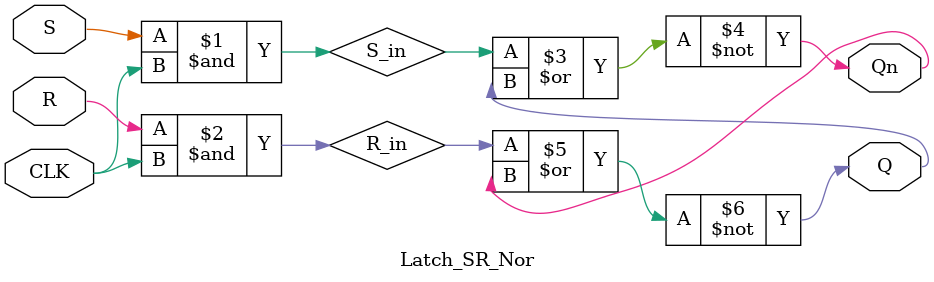
<source format=v>
module Latch_SR_Nor (
    input  wire S,     // Entrada SET
	 input  wire R,     // Entrada RESET
    input  wire CLK,   // Entrada CLOCK
    output wire Q,     // Saída principal
    output wire Qn     // Saída negada
);

    // Fios internos para os sinais Set (S) e Reset (R)
    wire S_in, R_in;
	 
	 // Determina se o SET ou RESET podem ser usados via sinal do CLOCK
	 and(S_in, S, CLK);
	 and(R_in, R, CLK);
	 
	 // Lógica de Realimentação
	 nor(Qn, S_in, Q);
	 nor(Q, R_in, Qn);

endmodule
</source>
